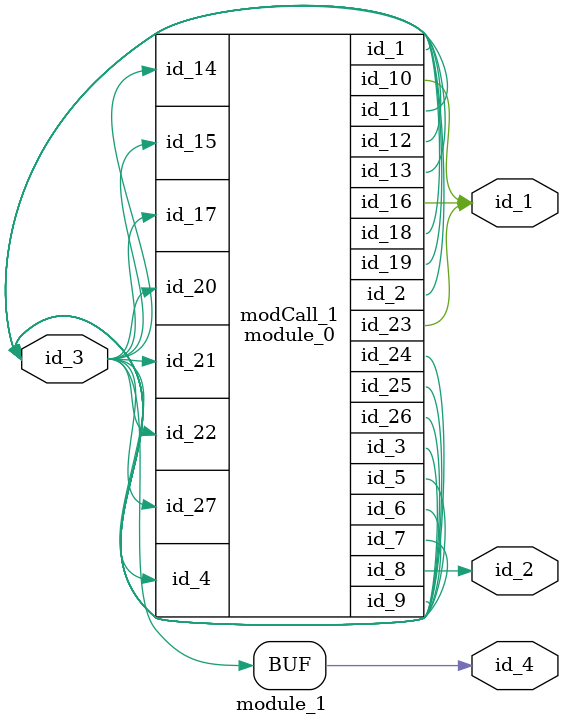
<source format=v>
module module_0 (
    id_1,
    id_2,
    id_3,
    id_4,
    id_5,
    id_6,
    id_7,
    id_8,
    id_9,
    id_10,
    id_11,
    id_12,
    id_13,
    id_14,
    id_15,
    id_16,
    id_17,
    id_18,
    id_19,
    id_20,
    id_21,
    id_22,
    id_23,
    id_24,
    id_25,
    id_26,
    id_27
);
  input wire id_27;
  output wire id_26;
  inout wire id_25;
  inout wire id_24;
  output wire id_23;
  input wire id_22;
  input wire id_21;
  input wire id_20;
  output wire id_19;
  output wire id_18;
  input wire id_17;
  output wire id_16;
  input wire id_15;
  input wire id_14;
  inout wire id_13;
  inout wire id_12;
  inout wire id_11;
  output wire id_10;
  inout wire id_9;
  output wire id_8;
  inout wire id_7;
  inout wire id_6;
  output wire id_5;
  input wire id_4;
  inout wire id_3;
  output wire id_2;
  inout wire id_1;
  wire id_28;
  wire id_29;
endmodule
module module_1 (
    id_1,
    id_2,
    id_3,
    id_4
);
  output wire id_4;
  inout wire id_3;
  output wire id_2;
  output wire id_1;
  module_0 modCall_1 (
      id_3,
      id_3,
      id_3,
      id_3,
      id_3,
      id_3,
      id_3,
      id_2,
      id_3,
      id_1,
      id_3,
      id_3,
      id_3,
      id_3,
      id_3,
      id_1,
      id_3,
      id_3,
      id_3,
      id_3,
      id_3,
      id_3,
      id_1,
      id_3,
      id_3,
      id_3,
      id_3
  );
  wire id_5;
  assign id_4 = id_3;
  wire id_6;
  wire id_7;
endmodule

</source>
